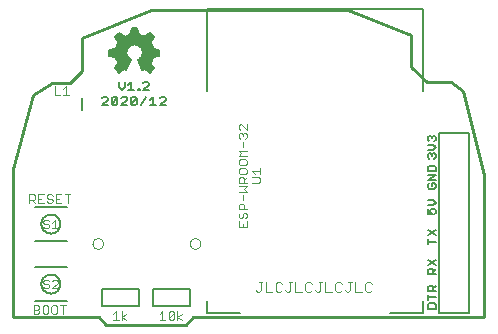
<source format=gto>
G75*
G70*
%OFA0B0*%
%FSLAX24Y24*%
%IPPOS*%
%LPD*%
%AMOC8*
5,1,8,0,0,1.08239X$1,22.5*
%
%ADD10C,0.0060*%
%ADD11C,0.0100*%
%ADD12C,0.0030*%
%ADD13C,0.0000*%
%ADD14C,0.0080*%
%ADD15C,0.0040*%
%ADD16C,0.0050*%
D10*
X003594Y003743D02*
X004837Y003743D01*
X004837Y004318D01*
X003594Y004318D01*
X003594Y003743D01*
X005293Y003744D02*
X005293Y004319D01*
X006536Y004319D01*
X006536Y003744D01*
X005293Y003744D01*
X005300Y010436D02*
X005300Y010726D01*
X005203Y010629D01*
X005075Y010726D02*
X004881Y010436D01*
X004752Y010484D02*
X004704Y010436D01*
X004607Y010436D01*
X004559Y010484D01*
X004752Y010678D01*
X004752Y010484D01*
X004559Y010484D02*
X004559Y010678D01*
X004607Y010726D01*
X004704Y010726D01*
X004752Y010678D01*
X004801Y010936D02*
X004849Y010936D01*
X004849Y010984D01*
X004801Y010984D01*
X004801Y010936D01*
X004672Y010936D02*
X004478Y010936D01*
X004575Y010936D02*
X004575Y011226D01*
X004478Y011129D01*
X004350Y011033D02*
X004350Y011226D01*
X004350Y011033D02*
X004253Y010936D01*
X004156Y011033D01*
X004156Y011226D01*
X004160Y011531D02*
X004020Y011671D01*
X004140Y011851D01*
X004177Y011863D02*
X004500Y011863D01*
X004464Y011805D02*
X004173Y011805D01*
X004190Y011831D02*
X004090Y011681D01*
X004190Y011581D01*
X004340Y011681D01*
X004390Y011681D01*
X004540Y011931D01*
X004390Y012031D01*
X004390Y012331D01*
X004540Y012481D01*
X004740Y012481D01*
X004940Y012381D01*
X004990Y012131D01*
X004840Y011931D01*
X004940Y011631D01*
X005040Y011681D01*
X005190Y011581D01*
X005290Y011681D01*
X005190Y011831D01*
X005240Y012081D01*
X005490Y012131D01*
X005490Y012281D01*
X005290Y012281D01*
X005190Y012531D01*
X005290Y012731D01*
X005190Y012831D01*
X004990Y012681D01*
X004790Y012781D01*
X004740Y012981D01*
X004590Y012981D01*
X004540Y012781D01*
X004340Y012681D01*
X004190Y012831D01*
X004040Y012731D01*
X004190Y012531D01*
X004090Y012281D01*
X003890Y012281D01*
X003890Y012131D01*
X004090Y012081D01*
X004190Y011831D01*
X004154Y011922D02*
X004535Y011922D01*
X004560Y011951D02*
X004410Y011611D01*
X004340Y011651D01*
X004160Y011531D01*
X004141Y011629D02*
X004263Y011629D01*
X004394Y011688D02*
X004095Y011688D01*
X004134Y011746D02*
X004429Y011746D01*
X004466Y011980D02*
X004130Y011980D01*
X004107Y012039D02*
X004390Y012039D01*
X004390Y012097D02*
X004024Y012097D01*
X004060Y012051D02*
X003840Y012091D01*
X003840Y012291D01*
X004070Y012331D01*
X004110Y012331D02*
X004391Y012331D01*
X004390Y012273D02*
X003890Y012273D01*
X003890Y012214D02*
X004390Y012214D01*
X004390Y012156D02*
X003890Y012156D01*
X004134Y012390D02*
X004449Y012390D01*
X004508Y012448D02*
X004157Y012448D01*
X004180Y012507D02*
X005200Y012507D01*
X005200Y012521D02*
X005340Y012711D01*
X005200Y012851D01*
X005000Y012721D01*
X004992Y012682D02*
X005266Y012682D01*
X005280Y012741D02*
X005070Y012741D01*
X005148Y012799D02*
X005221Y012799D01*
X005237Y012624D02*
X004120Y012624D01*
X004076Y012682D02*
X004338Y012682D01*
X004343Y012682D02*
X004987Y012682D01*
X004870Y012741D02*
X004460Y012741D01*
X004530Y012791D02*
X004580Y013031D01*
X004770Y013031D01*
X004820Y012791D01*
X004785Y012799D02*
X004545Y012799D01*
X004559Y012858D02*
X004771Y012858D01*
X004756Y012916D02*
X004574Y012916D01*
X004589Y012975D02*
X004741Y012975D01*
X004350Y012721D02*
X004160Y012851D01*
X004020Y012711D01*
X004150Y012521D01*
X004164Y012565D02*
X005207Y012565D01*
X005223Y012448D02*
X004805Y012448D01*
X004922Y012390D02*
X005246Y012390D01*
X005270Y012331D02*
X004950Y012331D01*
X004962Y012273D02*
X005490Y012273D01*
X005510Y012291D02*
X005510Y012091D01*
X005290Y012051D01*
X005323Y012097D02*
X004965Y012097D01*
X004985Y012156D02*
X005490Y012156D01*
X005490Y012214D02*
X004973Y012214D01*
X004921Y012039D02*
X005232Y012039D01*
X005220Y011980D02*
X004877Y011980D01*
X004843Y011922D02*
X005208Y011922D01*
X005197Y011863D02*
X004862Y011863D01*
X004882Y011805D02*
X005207Y011805D01*
X005210Y011851D02*
X005340Y011671D01*
X005200Y011531D01*
X005020Y011651D01*
X004940Y011611D01*
X004800Y011951D01*
X004901Y011746D02*
X005246Y011746D01*
X005285Y011688D02*
X004921Y011688D01*
X005117Y011629D02*
X005239Y011629D01*
X005107Y011226D02*
X005010Y011226D01*
X004962Y011178D01*
X005107Y011226D02*
X005155Y011178D01*
X005155Y011129D01*
X004962Y010936D01*
X005155Y010936D01*
X005526Y010678D02*
X005574Y010726D01*
X005671Y010726D01*
X005719Y010678D01*
X005719Y010629D01*
X005526Y010436D01*
X005719Y010436D01*
X005397Y010436D02*
X005203Y010436D01*
X004430Y010436D02*
X004237Y010436D01*
X004430Y010629D01*
X004430Y010678D01*
X004382Y010726D01*
X004285Y010726D01*
X004237Y010678D01*
X004108Y010678D02*
X003914Y010484D01*
X003963Y010436D01*
X004059Y010436D01*
X004108Y010484D01*
X004108Y010678D01*
X004059Y010726D01*
X003963Y010726D01*
X003914Y010678D01*
X003914Y010484D01*
X003786Y010436D02*
X003592Y010436D01*
X003786Y010629D01*
X003786Y010678D01*
X003737Y010726D01*
X003640Y010726D01*
X003592Y010678D01*
X004352Y012717D02*
X004394Y012740D01*
X004437Y012759D01*
X004482Y012776D01*
X004528Y012788D01*
X004280Y012741D02*
X004055Y012741D01*
X004143Y012799D02*
X004221Y012799D01*
X004062Y012035D02*
X004077Y011988D01*
X004095Y011942D01*
X004117Y011898D01*
X004142Y011856D01*
X004068Y012333D02*
X004079Y012373D01*
X004093Y012412D01*
X004109Y012449D01*
X004128Y012486D01*
X004149Y012521D01*
X004560Y011951D02*
X004532Y011967D01*
X004505Y011986D01*
X004482Y012008D01*
X004461Y012033D01*
X004443Y012061D01*
X004428Y012090D01*
X004418Y012121D01*
X004410Y012152D01*
X004407Y012185D01*
X004408Y012217D01*
X004412Y012250D01*
X004421Y012281D01*
X004433Y012311D01*
X004448Y012340D01*
X004467Y012367D01*
X004489Y012391D01*
X004513Y012412D01*
X004540Y012431D01*
X004569Y012446D01*
X004600Y012457D01*
X004631Y012465D01*
X004664Y012469D01*
X004696Y012469D01*
X004729Y012465D01*
X004760Y012457D01*
X004791Y012446D01*
X004820Y012431D01*
X004847Y012412D01*
X004871Y012391D01*
X004893Y012367D01*
X004912Y012340D01*
X004927Y012311D01*
X004939Y012281D01*
X004948Y012250D01*
X004952Y012217D01*
X004953Y012185D01*
X004950Y012152D01*
X004942Y012121D01*
X004932Y012090D01*
X004917Y012061D01*
X004899Y012033D01*
X004878Y012008D01*
X004855Y011986D01*
X004828Y011967D01*
X004800Y011951D01*
X005292Y012331D02*
X005280Y012371D01*
X005265Y012410D01*
X005247Y012448D01*
X005227Y012484D01*
X005205Y012519D01*
X005290Y012331D02*
X005510Y012291D01*
X004999Y012721D02*
X004956Y012744D01*
X004912Y012764D01*
X004866Y012780D01*
X004820Y012792D01*
X005289Y012052D02*
X005279Y012010D01*
X005266Y011969D01*
X005250Y011929D01*
X005231Y011890D01*
X005209Y011853D01*
D11*
X003490Y003381D02*
X003740Y003131D01*
X006390Y003131D01*
X006640Y003381D01*
X016340Y003381D01*
X016340Y008131D01*
X015640Y010931D01*
X015240Y011231D01*
X014440Y011231D01*
X013890Y011731D01*
X013890Y012781D01*
X011790Y013631D01*
X005240Y013631D01*
X002940Y012681D01*
X002940Y011581D01*
X002540Y011181D01*
X001940Y011181D01*
X001290Y010781D01*
X000640Y008331D01*
X000640Y003381D01*
X003490Y003381D01*
D12*
X008716Y004271D02*
X008771Y004216D01*
X008826Y004216D01*
X008881Y004271D01*
X008881Y004546D01*
X008826Y004546D02*
X008936Y004546D01*
X009048Y004546D02*
X009048Y004216D01*
X009268Y004216D01*
X009379Y004271D02*
X009434Y004216D01*
X009544Y004216D01*
X009599Y004271D01*
X009711Y004271D02*
X009766Y004216D01*
X009821Y004216D01*
X009876Y004271D01*
X009876Y004546D01*
X009821Y004546D02*
X009931Y004546D01*
X010042Y004546D02*
X010042Y004216D01*
X010262Y004216D01*
X010374Y004271D02*
X010429Y004216D01*
X010539Y004216D01*
X010594Y004271D01*
X010705Y004271D02*
X010760Y004216D01*
X010815Y004216D01*
X010870Y004271D01*
X010870Y004546D01*
X010815Y004546D02*
X010925Y004546D01*
X011036Y004546D02*
X011036Y004216D01*
X011257Y004216D01*
X011368Y004271D02*
X011423Y004216D01*
X011533Y004216D01*
X011588Y004271D01*
X011699Y004271D02*
X011754Y004216D01*
X011810Y004216D01*
X011865Y004271D01*
X011865Y004546D01*
X011810Y004546D02*
X011920Y004546D01*
X012031Y004546D02*
X012031Y004216D01*
X012251Y004216D01*
X012362Y004271D02*
X012417Y004216D01*
X012528Y004216D01*
X012583Y004271D01*
X012583Y004491D02*
X012528Y004546D01*
X012417Y004546D01*
X012362Y004491D01*
X012362Y004271D01*
X011588Y004491D02*
X011533Y004546D01*
X011423Y004546D01*
X011368Y004491D01*
X011368Y004271D01*
X010594Y004491D02*
X010539Y004546D01*
X010429Y004546D01*
X010374Y004491D01*
X010374Y004271D01*
X009599Y004491D02*
X009544Y004546D01*
X009434Y004546D01*
X009379Y004491D01*
X009379Y004271D01*
D13*
X006527Y005831D02*
X006529Y005857D01*
X006535Y005883D01*
X006544Y005907D01*
X006557Y005930D01*
X006574Y005950D01*
X006593Y005968D01*
X006615Y005983D01*
X006638Y005994D01*
X006663Y006002D01*
X006689Y006006D01*
X006715Y006006D01*
X006741Y006002D01*
X006766Y005994D01*
X006790Y005983D01*
X006811Y005968D01*
X006830Y005950D01*
X006847Y005930D01*
X006860Y005907D01*
X006869Y005883D01*
X006875Y005857D01*
X006877Y005831D01*
X006875Y005805D01*
X006869Y005779D01*
X006860Y005755D01*
X006847Y005732D01*
X006830Y005712D01*
X006811Y005694D01*
X006789Y005679D01*
X006766Y005668D01*
X006741Y005660D01*
X006715Y005656D01*
X006689Y005656D01*
X006663Y005660D01*
X006638Y005668D01*
X006614Y005679D01*
X006593Y005694D01*
X006574Y005712D01*
X006557Y005732D01*
X006544Y005755D01*
X006535Y005779D01*
X006529Y005805D01*
X006527Y005831D01*
X003277Y005831D02*
X003279Y005857D01*
X003285Y005883D01*
X003294Y005907D01*
X003307Y005930D01*
X003324Y005950D01*
X003343Y005968D01*
X003365Y005983D01*
X003388Y005994D01*
X003413Y006002D01*
X003439Y006006D01*
X003465Y006006D01*
X003491Y006002D01*
X003516Y005994D01*
X003540Y005983D01*
X003561Y005968D01*
X003580Y005950D01*
X003597Y005930D01*
X003610Y005907D01*
X003619Y005883D01*
X003625Y005857D01*
X003627Y005831D01*
X003625Y005805D01*
X003619Y005779D01*
X003610Y005755D01*
X003597Y005732D01*
X003580Y005712D01*
X003561Y005694D01*
X003539Y005679D01*
X003516Y005668D01*
X003491Y005660D01*
X003465Y005656D01*
X003439Y005656D01*
X003413Y005660D01*
X003388Y005668D01*
X003364Y005679D01*
X003343Y005694D01*
X003324Y005712D01*
X003307Y005732D01*
X003294Y005755D01*
X003285Y005779D01*
X003279Y005805D01*
X003277Y005831D01*
D14*
X002417Y005930D02*
X001363Y005930D01*
X001363Y005032D02*
X002417Y005032D01*
X002417Y003930D02*
X001363Y003930D01*
X001363Y007032D02*
X002417Y007032D01*
X007097Y003930D02*
X007097Y003526D01*
X008190Y003526D01*
X013190Y003526D02*
X014283Y003526D01*
X014283Y003930D01*
X014283Y010903D02*
X014283Y013665D01*
X007097Y013665D01*
X007097Y010903D01*
D15*
X008191Y009811D02*
X008145Y009764D01*
X008145Y009671D01*
X008191Y009624D01*
X008191Y009516D02*
X008145Y009470D01*
X008145Y009376D01*
X008191Y009330D01*
X008285Y009423D02*
X008285Y009470D01*
X008331Y009516D01*
X008378Y009516D01*
X008425Y009470D01*
X008425Y009376D01*
X008378Y009330D01*
X008285Y009222D02*
X008285Y009035D01*
X008145Y008927D02*
X008425Y008927D01*
X008425Y008740D02*
X008145Y008740D01*
X008238Y008834D01*
X008145Y008927D01*
X008191Y008632D02*
X008145Y008586D01*
X008145Y008492D01*
X008191Y008446D01*
X008378Y008446D01*
X008425Y008492D01*
X008425Y008586D01*
X008378Y008632D01*
X008191Y008632D01*
X008191Y008338D02*
X008145Y008291D01*
X008145Y008198D01*
X008191Y008151D01*
X008378Y008151D01*
X008425Y008198D01*
X008425Y008291D01*
X008378Y008338D01*
X008191Y008338D01*
X008191Y008043D02*
X008145Y007996D01*
X008145Y007856D01*
X008425Y007856D01*
X008331Y007856D02*
X008331Y007996D01*
X008285Y008043D01*
X008191Y008043D01*
X008331Y007950D02*
X008425Y008043D01*
X008595Y008043D02*
X008828Y008043D01*
X008875Y007996D01*
X008875Y007903D01*
X008828Y007856D01*
X008595Y007856D01*
X008425Y007748D02*
X008145Y007748D01*
X008145Y007562D02*
X008425Y007562D01*
X008331Y007655D01*
X008425Y007748D01*
X008285Y007454D02*
X008285Y007267D01*
X008285Y007159D02*
X008331Y007112D01*
X008331Y006972D01*
X008425Y006972D02*
X008145Y006972D01*
X008145Y007112D01*
X008191Y007159D01*
X008285Y007159D01*
X008331Y006864D02*
X008378Y006864D01*
X008425Y006818D01*
X008425Y006724D01*
X008378Y006678D01*
X008285Y006724D02*
X008285Y006818D01*
X008331Y006864D01*
X008191Y006864D02*
X008145Y006818D01*
X008145Y006724D01*
X008191Y006678D01*
X008238Y006678D01*
X008285Y006724D01*
X008425Y006570D02*
X008425Y006383D01*
X008145Y006383D01*
X008145Y006570D01*
X008285Y006476D02*
X008285Y006383D01*
X008688Y008151D02*
X008595Y008244D01*
X008875Y008244D01*
X008875Y008151D02*
X008875Y008338D01*
X008285Y009470D02*
X008238Y009516D01*
X008191Y009516D01*
X008425Y009624D02*
X008238Y009811D01*
X008191Y009811D01*
X008425Y009811D02*
X008425Y009624D01*
X002497Y010791D02*
X002310Y010791D01*
X002403Y010791D02*
X002403Y011071D01*
X002310Y010978D01*
X002202Y010791D02*
X002015Y010791D01*
X002015Y011071D01*
X002057Y007471D02*
X002057Y007191D01*
X002244Y007191D01*
X002151Y007331D02*
X002057Y007331D01*
X001950Y007284D02*
X001950Y007238D01*
X001903Y007191D01*
X001809Y007191D01*
X001763Y007238D01*
X001809Y007331D02*
X001903Y007331D01*
X001950Y007284D01*
X001950Y007424D02*
X001903Y007471D01*
X001809Y007471D01*
X001763Y007424D01*
X001763Y007378D01*
X001809Y007331D01*
X001655Y007191D02*
X001468Y007191D01*
X001468Y007471D01*
X001655Y007471D01*
X001561Y007331D02*
X001468Y007331D01*
X001360Y007331D02*
X001360Y007424D01*
X001313Y007471D01*
X001173Y007471D01*
X001173Y007191D01*
X001173Y007284D02*
X001313Y007284D01*
X001360Y007331D01*
X001267Y007284D02*
X001360Y007191D01*
X001687Y006621D02*
X001640Y006574D01*
X001640Y006528D01*
X001687Y006481D01*
X001780Y006481D01*
X001827Y006434D01*
X001827Y006388D01*
X001780Y006341D01*
X001687Y006341D01*
X001640Y006388D01*
X001687Y006621D02*
X001780Y006621D01*
X001827Y006574D01*
X001935Y006528D02*
X002028Y006621D01*
X002028Y006341D01*
X001935Y006341D02*
X002122Y006341D01*
X002445Y007191D02*
X002445Y007471D01*
X002352Y007471D02*
X002539Y007471D01*
X002244Y007471D02*
X002057Y007471D01*
X002075Y004621D02*
X001982Y004621D01*
X001935Y004574D01*
X001827Y004574D02*
X001780Y004621D01*
X001687Y004621D01*
X001640Y004574D01*
X001640Y004528D01*
X001687Y004481D01*
X001780Y004481D01*
X001827Y004434D01*
X001827Y004388D01*
X001780Y004341D01*
X001687Y004341D01*
X001640Y004388D01*
X001935Y004341D02*
X002122Y004528D01*
X002122Y004574D01*
X002075Y004621D01*
X002122Y004341D02*
X001935Y004341D01*
X001957Y003771D02*
X001910Y003724D01*
X001910Y003538D01*
X001957Y003491D01*
X002050Y003491D01*
X002097Y003538D01*
X002097Y003724D01*
X002050Y003771D01*
X001957Y003771D01*
X001802Y003724D02*
X001755Y003771D01*
X001662Y003771D01*
X001615Y003724D01*
X001615Y003538D01*
X001662Y003491D01*
X001755Y003491D01*
X001802Y003538D01*
X001802Y003724D01*
X001508Y003724D02*
X001508Y003678D01*
X001461Y003631D01*
X001321Y003631D01*
X001461Y003631D02*
X001508Y003584D01*
X001508Y003538D01*
X001461Y003491D01*
X001321Y003491D01*
X001321Y003771D01*
X001461Y003771D01*
X001508Y003724D01*
X002205Y003771D02*
X002391Y003771D01*
X002298Y003771D02*
X002298Y003491D01*
X003965Y003478D02*
X004058Y003571D01*
X004058Y003291D01*
X003965Y003291D02*
X004152Y003291D01*
X004260Y003291D02*
X004260Y003571D01*
X004400Y003478D02*
X004260Y003384D01*
X004400Y003291D01*
X005518Y003291D02*
X005704Y003291D01*
X005611Y003291D02*
X005611Y003571D01*
X005518Y003478D01*
X005812Y003524D02*
X005812Y003338D01*
X005999Y003524D01*
X005999Y003338D01*
X005952Y003291D01*
X005859Y003291D01*
X005812Y003338D01*
X005812Y003524D02*
X005859Y003571D01*
X005952Y003571D01*
X005999Y003524D01*
X006107Y003571D02*
X006107Y003291D01*
X006107Y003384D02*
X006247Y003478D01*
X006107Y003384D02*
X006247Y003291D01*
D16*
X001573Y004481D02*
X001575Y004516D01*
X001581Y004552D01*
X001591Y004586D01*
X001604Y004619D01*
X001622Y004650D01*
X001642Y004679D01*
X001666Y004705D01*
X001692Y004729D01*
X001721Y004749D01*
X001752Y004767D01*
X001785Y004780D01*
X001819Y004790D01*
X001855Y004796D01*
X001890Y004798D01*
X001925Y004796D01*
X001961Y004790D01*
X001995Y004780D01*
X002028Y004767D01*
X002059Y004749D01*
X002088Y004729D01*
X002114Y004705D01*
X002138Y004679D01*
X002158Y004650D01*
X002176Y004619D01*
X002189Y004586D01*
X002199Y004552D01*
X002205Y004516D01*
X002207Y004481D01*
X002205Y004446D01*
X002199Y004410D01*
X002189Y004376D01*
X002176Y004343D01*
X002158Y004312D01*
X002138Y004283D01*
X002114Y004257D01*
X002088Y004233D01*
X002059Y004213D01*
X002028Y004195D01*
X001995Y004182D01*
X001961Y004172D01*
X001925Y004166D01*
X001890Y004164D01*
X001855Y004166D01*
X001819Y004172D01*
X001785Y004182D01*
X001752Y004195D01*
X001721Y004213D01*
X001692Y004233D01*
X001666Y004257D01*
X001642Y004283D01*
X001622Y004312D01*
X001604Y004343D01*
X001591Y004376D01*
X001581Y004410D01*
X001575Y004446D01*
X001573Y004481D01*
X001573Y006481D02*
X001575Y006516D01*
X001581Y006552D01*
X001591Y006586D01*
X001604Y006619D01*
X001622Y006650D01*
X001642Y006679D01*
X001666Y006705D01*
X001692Y006729D01*
X001721Y006749D01*
X001752Y006767D01*
X001785Y006780D01*
X001819Y006790D01*
X001855Y006796D01*
X001890Y006798D01*
X001925Y006796D01*
X001961Y006790D01*
X001995Y006780D01*
X002028Y006767D01*
X002059Y006749D01*
X002088Y006729D01*
X002114Y006705D01*
X002138Y006679D01*
X002158Y006650D01*
X002176Y006619D01*
X002189Y006586D01*
X002199Y006552D01*
X002205Y006516D01*
X002207Y006481D01*
X002205Y006446D01*
X002199Y006410D01*
X002189Y006376D01*
X002176Y006343D01*
X002158Y006312D01*
X002138Y006283D01*
X002114Y006257D01*
X002088Y006233D01*
X002059Y006213D01*
X002028Y006195D01*
X001995Y006182D01*
X001961Y006172D01*
X001925Y006166D01*
X001890Y006164D01*
X001855Y006166D01*
X001819Y006172D01*
X001785Y006182D01*
X001752Y006195D01*
X001721Y006213D01*
X001692Y006233D01*
X001666Y006257D01*
X001642Y006283D01*
X001622Y006312D01*
X001604Y006343D01*
X001591Y006376D01*
X001581Y006410D01*
X001575Y006446D01*
X001573Y006481D01*
X002915Y010293D02*
X002915Y010668D01*
X014445Y009380D02*
X014490Y009425D01*
X014535Y009425D01*
X014580Y009380D01*
X014625Y009425D01*
X014670Y009425D01*
X014715Y009380D01*
X014715Y009290D01*
X014670Y009245D01*
X014625Y009131D02*
X014715Y009041D01*
X014625Y008951D01*
X014445Y008951D01*
X014490Y008836D02*
X014445Y008791D01*
X014445Y008701D01*
X014490Y008656D01*
X014580Y008746D02*
X014580Y008791D01*
X014625Y008836D01*
X014670Y008836D01*
X014715Y008791D01*
X014715Y008701D01*
X014670Y008656D01*
X014580Y008791D02*
X014535Y008836D01*
X014490Y008836D01*
X014445Y009131D02*
X014625Y009131D01*
X014490Y009245D02*
X014445Y009290D01*
X014445Y009380D01*
X014580Y009380D02*
X014580Y009335D01*
X014840Y009531D02*
X015840Y009531D01*
X015840Y003531D01*
X014840Y003531D01*
X014840Y009531D01*
X014670Y008425D02*
X014490Y008425D01*
X014445Y008380D01*
X014445Y008245D01*
X014715Y008245D01*
X014715Y008380D01*
X014670Y008425D01*
X014715Y008131D02*
X014445Y008131D01*
X014445Y007951D02*
X014715Y008131D01*
X014715Y007951D02*
X014445Y007951D01*
X014490Y007836D02*
X014445Y007791D01*
X014445Y007701D01*
X014490Y007656D01*
X014670Y007656D01*
X014715Y007701D01*
X014715Y007791D01*
X014670Y007836D01*
X014580Y007836D01*
X014580Y007746D01*
X014625Y007281D02*
X014445Y007281D01*
X014625Y007281D02*
X014715Y007191D01*
X014625Y007101D01*
X014445Y007101D01*
X014445Y006986D02*
X014445Y006806D01*
X014580Y006806D01*
X014535Y006896D01*
X014535Y006941D01*
X014580Y006986D01*
X014670Y006986D01*
X014715Y006941D01*
X014715Y006851D01*
X014670Y006806D01*
X014715Y006281D02*
X014445Y006101D01*
X014445Y005986D02*
X014445Y005806D01*
X014445Y005896D02*
X014715Y005896D01*
X014715Y006101D02*
X014445Y006281D01*
X014445Y005281D02*
X014715Y005101D01*
X014715Y004986D02*
X014625Y004896D01*
X014625Y004941D02*
X014625Y004806D01*
X014715Y004806D02*
X014445Y004806D01*
X014445Y004941D01*
X014490Y004986D01*
X014580Y004986D01*
X014625Y004941D01*
X014445Y005101D02*
X014715Y005281D01*
X014715Y004425D02*
X014625Y004335D01*
X014625Y004380D02*
X014625Y004245D01*
X014715Y004245D02*
X014445Y004245D01*
X014445Y004380D01*
X014490Y004425D01*
X014580Y004425D01*
X014625Y004380D01*
X014445Y004131D02*
X014445Y003951D01*
X014445Y004041D02*
X014715Y004041D01*
X014670Y003836D02*
X014490Y003836D01*
X014445Y003791D01*
X014445Y003656D01*
X014715Y003656D01*
X014715Y003791D01*
X014670Y003836D01*
M02*

</source>
